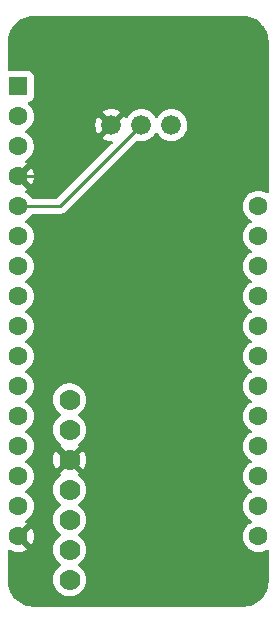
<source format=gbr>
%TF.GenerationSoftware,KiCad,Pcbnew,(6.0.0)*%
%TF.CreationDate,2022-01-23T09:20:33-05:00*%
%TF.ProjectId,Featherwing-bme680-als-PT19-breakout,46656174-6865-4727-9769-6e672d626d65,rev?*%
%TF.SameCoordinates,Original*%
%TF.FileFunction,Copper,L2,Bot*%
%TF.FilePolarity,Positive*%
%FSLAX46Y46*%
G04 Gerber Fmt 4.6, Leading zero omitted, Abs format (unit mm)*
G04 Created by KiCad (PCBNEW (6.0.0)) date 2022-01-23 09:20:33*
%MOMM*%
%LPD*%
G01*
G04 APERTURE LIST*
%TA.AperFunction,ComponentPad*%
%ADD10C,1.778000*%
%TD*%
%TA.AperFunction,ComponentPad*%
%ADD11C,1.676400*%
%TD*%
%TA.AperFunction,ComponentPad*%
%ADD12R,1.600000X1.600000*%
%TD*%
%TA.AperFunction,ComponentPad*%
%ADD13C,1.600000*%
%TD*%
%TA.AperFunction,Conductor*%
%ADD14C,0.254000*%
%TD*%
G04 APERTURE END LIST*
D10*
%TO.P,J1,7,Pin_7*%
%TO.N,/CS*%
X132816600Y-131813300D03*
%TO.P,J1,6,Pin_6*%
%TO.N,/SDI{slash}SDA*%
X132816600Y-129273300D03*
%TO.P,J1,5,Pin_5*%
%TO.N,/SDO{slash}ADR*%
X132816600Y-126733300D03*
%TO.P,J1,4,Pin_4*%
%TO.N,/SCK{slash}SCL*%
X132816600Y-124193300D03*
%TO.P,J1,3,Pin_3*%
%TO.N,GND*%
X132816600Y-121653300D03*
%TO.P,J1,2,Pin_2*%
%TO.N,+3V3*%
X132816600Y-119113300D03*
%TO.P,J1,1,Pin_1*%
%TO.N,/VIN*%
X132816600Y-116573300D03*
%TD*%
D11*
%TO.P,J2,1,Pin_1*%
%TO.N,GND*%
X136347200Y-93319600D03*
%TO.P,J2,2,Pin_2*%
%TO.N,/OUT*%
X138887200Y-93319600D03*
%TO.P,J2,3,Pin_3*%
%TO.N,+3V3*%
X141427200Y-93319600D03*
%TD*%
D12*
%TO.P,A1,1,~{RESET}*%
%TO.N,/~RESET*%
X128473200Y-90043000D03*
D13*
%TO.P,A1,2,3V3*%
%TO.N,+3V3*%
X128473200Y-92583000D03*
%TO.P,A1,3,AREF*%
%TO.N,/AREF*%
X128473200Y-95123000D03*
%TO.P,A1,4,GND*%
%TO.N,GND*%
X128473200Y-97663000D03*
%TO.P,A1,5,DAC0/A0*%
%TO.N,/OUT*%
X128473200Y-100203000D03*
%TO.P,A1,6,A1*%
%TO.N,/A1*%
X128473200Y-102743000D03*
%TO.P,A1,7,A2*%
%TO.N,/A2*%
X128473200Y-105283000D03*
%TO.P,A1,8,A3*%
%TO.N,/A3*%
X128473200Y-107823000D03*
%TO.P,A1,9,A4*%
%TO.N,/A4*%
X128473200Y-110363000D03*
%TO.P,A1,10,A5*%
%TO.N,/A5*%
X128473200Y-112903000D03*
%TO.P,A1,11,SCK/D24*%
%TO.N,/SCK*%
X128473200Y-115443000D03*
%TO.P,A1,12,MOSI/D23*%
%TO.N,/MOSI*%
X128473200Y-117983000D03*
%TO.P,A1,13,MISO/D22*%
%TO.N,/MISO*%
X128473200Y-120523000D03*
%TO.P,A1,14,RX/D0*%
%TO.N,/RX{slash}D0*%
X128473200Y-123063000D03*
%TO.P,A1,15,TX/D1*%
%TO.N,/TX{slash}D1*%
X128473200Y-125603000D03*
%TO.P,A1,16,GND*%
%TO.N,GND*%
X128473200Y-128143000D03*
%TO.P,A1,17,SDA/D20*%
%TO.N,/SDI{slash}SDA*%
X148793200Y-128143000D03*
%TO.P,A1,18,SCL/D21*%
%TO.N,/SCK{slash}SCL*%
X148793200Y-125603000D03*
%TO.P,A1,19,D5*%
%TO.N,/D5*%
X148793200Y-123063000D03*
%TO.P,A1,20,D6*%
%TO.N,/D6*%
X148793200Y-120523000D03*
%TO.P,A1,21,D9*%
%TO.N,/D9*%
X148793200Y-117983000D03*
%TO.P,A1,22,D10*%
%TO.N,/D10*%
X148793200Y-115443000D03*
%TO.P,A1,23,D11*%
%TO.N,/D11*%
X148793200Y-112903000D03*
%TO.P,A1,24,D12*%
%TO.N,/D12*%
X148793200Y-110363000D03*
%TO.P,A1,25,D13*%
%TO.N,/D13*%
X148793200Y-107823000D03*
%TO.P,A1,26,USB*%
%TO.N,VBUS*%
X148793200Y-105283000D03*
%TO.P,A1,27,EN*%
%TO.N,/EN*%
X148793200Y-102743000D03*
%TO.P,A1,28,VBAT*%
%TO.N,+BATT*%
X148793200Y-100203000D03*
%TD*%
D14*
%TO.N,GND*%
X128473200Y-97663000D02*
X132003800Y-97663000D01*
X132003800Y-97663000D02*
X136347200Y-93319600D01*
%TO.N,/OUT*%
X132003800Y-100203000D02*
X128473200Y-100203000D01*
X138887200Y-93319600D02*
X132003800Y-100203000D01*
%TD*%
%TA.AperFunction,Conductor*%
%TO.N,GND*%
G36*
X147493257Y-84092500D02*
G01*
X147508058Y-84094805D01*
X147508061Y-84094805D01*
X147516930Y-84096186D01*
X147533199Y-84094059D01*
X147557767Y-84093266D01*
X147794544Y-84108785D01*
X147810885Y-84110936D01*
X148069494Y-84162377D01*
X148085413Y-84166643D01*
X148335083Y-84251394D01*
X148350311Y-84257701D01*
X148586796Y-84374323D01*
X148601069Y-84382564D01*
X148820302Y-84529050D01*
X148833377Y-84539083D01*
X149031621Y-84712938D01*
X149043262Y-84724579D01*
X149217117Y-84922823D01*
X149227150Y-84935898D01*
X149373636Y-85155131D01*
X149381877Y-85169404D01*
X149498499Y-85405889D01*
X149504806Y-85421117D01*
X149589557Y-85670787D01*
X149593823Y-85686706D01*
X149645264Y-85945315D01*
X149647415Y-85961657D01*
X149662464Y-86191269D01*
X149661439Y-86214304D01*
X149661396Y-86217854D01*
X149660014Y-86226730D01*
X149661838Y-86240678D01*
X149664136Y-86258251D01*
X149665200Y-86274589D01*
X149665200Y-98974154D01*
X149645198Y-99042275D01*
X149591542Y-99088768D01*
X149521268Y-99098872D01*
X149466930Y-99077367D01*
X149449949Y-99065477D01*
X149444967Y-99063154D01*
X149444962Y-99063151D01*
X149247425Y-98971039D01*
X149247424Y-98971039D01*
X149242443Y-98968716D01*
X149237135Y-98967294D01*
X149237133Y-98967293D01*
X149026602Y-98910881D01*
X149026600Y-98910881D01*
X149021287Y-98909457D01*
X148793200Y-98889502D01*
X148565113Y-98909457D01*
X148559800Y-98910881D01*
X148559798Y-98910881D01*
X148349267Y-98967293D01*
X148349265Y-98967294D01*
X148343957Y-98968716D01*
X148338976Y-98971039D01*
X148338975Y-98971039D01*
X148141438Y-99063151D01*
X148141433Y-99063154D01*
X148136451Y-99065477D01*
X148087069Y-99100055D01*
X147953411Y-99193643D01*
X147953408Y-99193645D01*
X147948900Y-99196802D01*
X147787002Y-99358700D01*
X147655677Y-99546251D01*
X147653354Y-99551233D01*
X147653351Y-99551238D01*
X147645768Y-99567500D01*
X147558916Y-99753757D01*
X147499657Y-99974913D01*
X147479702Y-100203000D01*
X147499657Y-100431087D01*
X147558916Y-100652243D01*
X147561239Y-100657224D01*
X147561239Y-100657225D01*
X147653351Y-100854762D01*
X147653354Y-100854767D01*
X147655677Y-100859749D01*
X147787002Y-101047300D01*
X147948900Y-101209198D01*
X147953408Y-101212355D01*
X147953411Y-101212357D01*
X148031589Y-101267098D01*
X148136451Y-101340523D01*
X148141433Y-101342846D01*
X148141438Y-101342849D01*
X148175657Y-101358805D01*
X148228942Y-101405722D01*
X148248403Y-101473999D01*
X148227861Y-101541959D01*
X148175657Y-101587195D01*
X148141438Y-101603151D01*
X148141433Y-101603154D01*
X148136451Y-101605477D01*
X148087069Y-101640055D01*
X147953411Y-101733643D01*
X147953408Y-101733645D01*
X147948900Y-101736802D01*
X147787002Y-101898700D01*
X147655677Y-102086251D01*
X147653354Y-102091233D01*
X147653351Y-102091238D01*
X147561239Y-102288775D01*
X147558916Y-102293757D01*
X147499657Y-102514913D01*
X147479702Y-102743000D01*
X147499657Y-102971087D01*
X147558916Y-103192243D01*
X147561239Y-103197224D01*
X147561239Y-103197225D01*
X147653351Y-103394762D01*
X147653354Y-103394767D01*
X147655677Y-103399749D01*
X147787002Y-103587300D01*
X147948900Y-103749198D01*
X147953408Y-103752355D01*
X147953411Y-103752357D01*
X148031589Y-103807098D01*
X148136451Y-103880523D01*
X148141433Y-103882846D01*
X148141438Y-103882849D01*
X148175657Y-103898805D01*
X148228942Y-103945722D01*
X148248403Y-104013999D01*
X148227861Y-104081959D01*
X148175657Y-104127195D01*
X148141438Y-104143151D01*
X148141433Y-104143154D01*
X148136451Y-104145477D01*
X148087069Y-104180055D01*
X147953411Y-104273643D01*
X147953408Y-104273645D01*
X147948900Y-104276802D01*
X147787002Y-104438700D01*
X147655677Y-104626251D01*
X147653354Y-104631233D01*
X147653351Y-104631238D01*
X147561239Y-104828775D01*
X147558916Y-104833757D01*
X147499657Y-105054913D01*
X147479702Y-105283000D01*
X147499657Y-105511087D01*
X147558916Y-105732243D01*
X147561239Y-105737224D01*
X147561239Y-105737225D01*
X147653351Y-105934762D01*
X147653354Y-105934767D01*
X147655677Y-105939749D01*
X147787002Y-106127300D01*
X147948900Y-106289198D01*
X147953408Y-106292355D01*
X147953411Y-106292357D01*
X148031589Y-106347098D01*
X148136451Y-106420523D01*
X148141433Y-106422846D01*
X148141438Y-106422849D01*
X148175657Y-106438805D01*
X148228942Y-106485722D01*
X148248403Y-106553999D01*
X148227861Y-106621959D01*
X148175657Y-106667195D01*
X148141438Y-106683151D01*
X148141433Y-106683154D01*
X148136451Y-106685477D01*
X148087069Y-106720055D01*
X147953411Y-106813643D01*
X147953408Y-106813645D01*
X147948900Y-106816802D01*
X147787002Y-106978700D01*
X147655677Y-107166251D01*
X147653354Y-107171233D01*
X147653351Y-107171238D01*
X147561239Y-107368775D01*
X147558916Y-107373757D01*
X147499657Y-107594913D01*
X147479702Y-107823000D01*
X147499657Y-108051087D01*
X147558916Y-108272243D01*
X147561239Y-108277224D01*
X147561239Y-108277225D01*
X147653351Y-108474762D01*
X147653354Y-108474767D01*
X147655677Y-108479749D01*
X147787002Y-108667300D01*
X147948900Y-108829198D01*
X147953408Y-108832355D01*
X147953411Y-108832357D01*
X148031589Y-108887098D01*
X148136451Y-108960523D01*
X148141433Y-108962846D01*
X148141438Y-108962849D01*
X148175657Y-108978805D01*
X148228942Y-109025722D01*
X148248403Y-109093999D01*
X148227861Y-109161959D01*
X148175657Y-109207195D01*
X148141438Y-109223151D01*
X148141433Y-109223154D01*
X148136451Y-109225477D01*
X148087069Y-109260055D01*
X147953411Y-109353643D01*
X147953408Y-109353645D01*
X147948900Y-109356802D01*
X147787002Y-109518700D01*
X147655677Y-109706251D01*
X147653354Y-109711233D01*
X147653351Y-109711238D01*
X147561239Y-109908775D01*
X147558916Y-109913757D01*
X147499657Y-110134913D01*
X147479702Y-110363000D01*
X147499657Y-110591087D01*
X147558916Y-110812243D01*
X147561239Y-110817224D01*
X147561239Y-110817225D01*
X147653351Y-111014762D01*
X147653354Y-111014767D01*
X147655677Y-111019749D01*
X147787002Y-111207300D01*
X147948900Y-111369198D01*
X147953408Y-111372355D01*
X147953411Y-111372357D01*
X148031589Y-111427098D01*
X148136451Y-111500523D01*
X148141433Y-111502846D01*
X148141438Y-111502849D01*
X148175657Y-111518805D01*
X148228942Y-111565722D01*
X148248403Y-111633999D01*
X148227861Y-111701959D01*
X148175657Y-111747195D01*
X148141438Y-111763151D01*
X148141433Y-111763154D01*
X148136451Y-111765477D01*
X148087069Y-111800055D01*
X147953411Y-111893643D01*
X147953408Y-111893645D01*
X147948900Y-111896802D01*
X147787002Y-112058700D01*
X147655677Y-112246251D01*
X147653354Y-112251233D01*
X147653351Y-112251238D01*
X147561239Y-112448775D01*
X147558916Y-112453757D01*
X147499657Y-112674913D01*
X147479702Y-112903000D01*
X147499657Y-113131087D01*
X147558916Y-113352243D01*
X147561239Y-113357224D01*
X147561239Y-113357225D01*
X147653351Y-113554762D01*
X147653354Y-113554767D01*
X147655677Y-113559749D01*
X147787002Y-113747300D01*
X147948900Y-113909198D01*
X147953408Y-113912355D01*
X147953411Y-113912357D01*
X148031589Y-113967098D01*
X148136451Y-114040523D01*
X148141433Y-114042846D01*
X148141438Y-114042849D01*
X148175657Y-114058805D01*
X148228942Y-114105722D01*
X148248403Y-114173999D01*
X148227861Y-114241959D01*
X148175657Y-114287195D01*
X148141438Y-114303151D01*
X148141433Y-114303154D01*
X148136451Y-114305477D01*
X148087069Y-114340055D01*
X147953411Y-114433643D01*
X147953408Y-114433645D01*
X147948900Y-114436802D01*
X147787002Y-114598700D01*
X147655677Y-114786251D01*
X147653354Y-114791233D01*
X147653351Y-114791238D01*
X147561239Y-114988775D01*
X147558916Y-114993757D01*
X147557494Y-114999065D01*
X147557493Y-114999067D01*
X147501081Y-115209598D01*
X147499657Y-115214913D01*
X147479702Y-115443000D01*
X147499657Y-115671087D01*
X147501081Y-115676400D01*
X147501081Y-115676402D01*
X147557068Y-115885345D01*
X147558916Y-115892243D01*
X147561239Y-115897224D01*
X147561239Y-115897225D01*
X147653351Y-116094762D01*
X147653354Y-116094767D01*
X147655677Y-116099749D01*
X147787002Y-116287300D01*
X147948900Y-116449198D01*
X147953408Y-116452355D01*
X147953411Y-116452357D01*
X148031589Y-116507098D01*
X148136451Y-116580523D01*
X148141433Y-116582846D01*
X148141438Y-116582849D01*
X148175657Y-116598805D01*
X148228942Y-116645722D01*
X148248403Y-116713999D01*
X148227861Y-116781959D01*
X148175657Y-116827195D01*
X148141438Y-116843151D01*
X148141433Y-116843154D01*
X148136451Y-116845477D01*
X148087069Y-116880055D01*
X147953411Y-116973643D01*
X147953408Y-116973645D01*
X147948900Y-116976802D01*
X147787002Y-117138700D01*
X147655677Y-117326251D01*
X147653354Y-117331233D01*
X147653351Y-117331238D01*
X147561239Y-117528775D01*
X147558916Y-117533757D01*
X147557494Y-117539065D01*
X147557493Y-117539067D01*
X147508479Y-117721989D01*
X147499657Y-117754913D01*
X147479702Y-117983000D01*
X147499657Y-118211087D01*
X147501081Y-118216400D01*
X147501081Y-118216402D01*
X147557068Y-118425345D01*
X147558916Y-118432243D01*
X147561239Y-118437224D01*
X147561239Y-118437225D01*
X147653351Y-118634762D01*
X147653354Y-118634767D01*
X147655677Y-118639749D01*
X147787002Y-118827300D01*
X147948900Y-118989198D01*
X147953408Y-118992355D01*
X147953411Y-118992357D01*
X148031589Y-119047098D01*
X148136451Y-119120523D01*
X148141433Y-119122846D01*
X148141438Y-119122849D01*
X148175657Y-119138805D01*
X148228942Y-119185722D01*
X148248403Y-119253999D01*
X148227861Y-119321959D01*
X148175657Y-119367195D01*
X148141438Y-119383151D01*
X148141433Y-119383154D01*
X148136451Y-119385477D01*
X148087069Y-119420055D01*
X147953411Y-119513643D01*
X147953408Y-119513645D01*
X147948900Y-119516802D01*
X147787002Y-119678700D01*
X147655677Y-119866251D01*
X147653354Y-119871233D01*
X147653351Y-119871238D01*
X147561239Y-120068775D01*
X147558916Y-120073757D01*
X147557494Y-120079065D01*
X147557493Y-120079067D01*
X147508479Y-120261989D01*
X147499657Y-120294913D01*
X147479702Y-120523000D01*
X147499657Y-120751087D01*
X147558916Y-120972243D01*
X147561239Y-120977224D01*
X147561239Y-120977225D01*
X147653351Y-121174762D01*
X147653354Y-121174767D01*
X147655677Y-121179749D01*
X147787002Y-121367300D01*
X147948900Y-121529198D01*
X147953408Y-121532355D01*
X147953411Y-121532357D01*
X148031589Y-121587098D01*
X148136451Y-121660523D01*
X148141433Y-121662846D01*
X148141438Y-121662849D01*
X148175657Y-121678805D01*
X148228942Y-121725722D01*
X148248403Y-121793999D01*
X148227861Y-121861959D01*
X148175657Y-121907195D01*
X148141438Y-121923151D01*
X148141433Y-121923154D01*
X148136451Y-121925477D01*
X148087069Y-121960055D01*
X147953411Y-122053643D01*
X147953408Y-122053645D01*
X147948900Y-122056802D01*
X147787002Y-122218700D01*
X147655677Y-122406251D01*
X147653354Y-122411233D01*
X147653351Y-122411238D01*
X147644555Y-122430102D01*
X147558916Y-122613757D01*
X147557494Y-122619065D01*
X147557493Y-122619067D01*
X147501081Y-122829598D01*
X147499657Y-122834913D01*
X147479702Y-123063000D01*
X147499657Y-123291087D01*
X147501081Y-123296400D01*
X147501081Y-123296402D01*
X147557068Y-123505345D01*
X147558916Y-123512243D01*
X147561239Y-123517224D01*
X147561239Y-123517225D01*
X147653351Y-123714762D01*
X147653354Y-123714767D01*
X147655677Y-123719749D01*
X147787002Y-123907300D01*
X147948900Y-124069198D01*
X147953408Y-124072355D01*
X147953411Y-124072357D01*
X148031589Y-124127098D01*
X148136451Y-124200523D01*
X148141433Y-124202846D01*
X148141438Y-124202849D01*
X148175657Y-124218805D01*
X148228942Y-124265722D01*
X148248403Y-124333999D01*
X148227861Y-124401959D01*
X148175657Y-124447195D01*
X148141438Y-124463151D01*
X148141433Y-124463154D01*
X148136451Y-124465477D01*
X148087069Y-124500055D01*
X147953411Y-124593643D01*
X147953408Y-124593645D01*
X147948900Y-124596802D01*
X147787002Y-124758700D01*
X147655677Y-124946251D01*
X147653354Y-124951233D01*
X147653351Y-124951238D01*
X147561239Y-125148775D01*
X147558916Y-125153757D01*
X147557494Y-125159065D01*
X147557493Y-125159067D01*
X147508479Y-125341989D01*
X147499657Y-125374913D01*
X147479702Y-125603000D01*
X147499657Y-125831087D01*
X147501081Y-125836400D01*
X147501081Y-125836402D01*
X147557068Y-126045345D01*
X147558916Y-126052243D01*
X147561239Y-126057224D01*
X147561239Y-126057225D01*
X147653351Y-126254762D01*
X147653354Y-126254767D01*
X147655677Y-126259749D01*
X147787002Y-126447300D01*
X147948900Y-126609198D01*
X147953408Y-126612355D01*
X147953411Y-126612357D01*
X148031589Y-126667098D01*
X148136451Y-126740523D01*
X148141433Y-126742846D01*
X148141438Y-126742849D01*
X148175657Y-126758805D01*
X148228942Y-126805722D01*
X148248403Y-126873999D01*
X148227861Y-126941959D01*
X148175657Y-126987195D01*
X148141438Y-127003151D01*
X148141433Y-127003154D01*
X148136451Y-127005477D01*
X148062957Y-127056938D01*
X147953411Y-127133643D01*
X147953408Y-127133645D01*
X147948900Y-127136802D01*
X147787002Y-127298700D01*
X147655677Y-127486251D01*
X147653354Y-127491233D01*
X147653351Y-127491238D01*
X147561239Y-127688775D01*
X147558916Y-127693757D01*
X147557494Y-127699065D01*
X147557493Y-127699067D01*
X147508479Y-127881989D01*
X147499657Y-127914913D01*
X147479702Y-128143000D01*
X147499657Y-128371087D01*
X147501081Y-128376400D01*
X147501081Y-128376402D01*
X147557068Y-128585345D01*
X147558916Y-128592243D01*
X147561239Y-128597224D01*
X147561239Y-128597225D01*
X147653351Y-128794762D01*
X147653354Y-128794767D01*
X147655677Y-128799749D01*
X147787002Y-128987300D01*
X147948900Y-129149198D01*
X147953408Y-129152355D01*
X147953411Y-129152357D01*
X148031589Y-129207098D01*
X148136451Y-129280523D01*
X148141433Y-129282846D01*
X148141438Y-129282849D01*
X148330987Y-129371236D01*
X148343957Y-129377284D01*
X148349265Y-129378706D01*
X148349267Y-129378707D01*
X148559798Y-129435119D01*
X148559800Y-129435119D01*
X148565113Y-129436543D01*
X148793200Y-129456498D01*
X149021287Y-129436543D01*
X149026600Y-129435119D01*
X149026602Y-129435119D01*
X149237133Y-129378707D01*
X149237135Y-129378706D01*
X149242443Y-129377284D01*
X149255413Y-129371236D01*
X149444962Y-129282849D01*
X149444967Y-129282846D01*
X149449949Y-129280523D01*
X149466929Y-129268633D01*
X149534201Y-129245945D01*
X149603062Y-129263229D01*
X149651647Y-129314998D01*
X149665200Y-129371846D01*
X149665200Y-131903672D01*
X149663700Y-131923056D01*
X149660014Y-131946730D01*
X149662141Y-131962999D01*
X149662934Y-131987567D01*
X149647415Y-132224344D01*
X149645264Y-132240685D01*
X149593823Y-132499294D01*
X149589557Y-132515213D01*
X149504806Y-132764883D01*
X149498499Y-132780111D01*
X149381877Y-133016596D01*
X149373636Y-133030869D01*
X149227150Y-133250102D01*
X149217117Y-133263177D01*
X149043262Y-133461421D01*
X149031621Y-133473062D01*
X148833377Y-133646917D01*
X148820302Y-133656950D01*
X148601069Y-133803436D01*
X148586796Y-133811677D01*
X148350311Y-133928299D01*
X148335083Y-133934606D01*
X148085413Y-134019357D01*
X148069494Y-134023623D01*
X147810885Y-134075064D01*
X147794543Y-134077215D01*
X147564931Y-134092264D01*
X147541896Y-134091239D01*
X147538346Y-134091196D01*
X147529470Y-134089814D01*
X147500962Y-134093542D01*
X147497949Y-134093936D01*
X147481611Y-134095000D01*
X129792528Y-134095000D01*
X129773143Y-134093500D01*
X129758342Y-134091195D01*
X129758339Y-134091195D01*
X129749470Y-134089814D01*
X129733201Y-134091941D01*
X129708633Y-134092734D01*
X129471856Y-134077215D01*
X129455515Y-134075064D01*
X129196906Y-134023623D01*
X129180987Y-134019357D01*
X128931317Y-133934606D01*
X128916089Y-133928299D01*
X128679604Y-133811677D01*
X128665331Y-133803436D01*
X128446098Y-133656950D01*
X128433023Y-133646917D01*
X128234779Y-133473062D01*
X128223138Y-133461421D01*
X128049283Y-133263177D01*
X128039250Y-133250102D01*
X127892764Y-133030869D01*
X127884523Y-133016596D01*
X127767901Y-132780111D01*
X127761594Y-132764883D01*
X127676843Y-132515213D01*
X127672577Y-132499294D01*
X127621136Y-132240684D01*
X127618985Y-132224343D01*
X127604174Y-131998376D01*
X127605347Y-131975218D01*
X127605029Y-131975189D01*
X127605464Y-131970333D01*
X127606271Y-131965539D01*
X127606424Y-131953000D01*
X127602473Y-131925412D01*
X127601200Y-131907549D01*
X127601200Y-131779039D01*
X131414729Y-131779039D01*
X131427957Y-132008461D01*
X131478478Y-132232642D01*
X131564936Y-132445561D01*
X131567633Y-132449962D01*
X131567634Y-132449964D01*
X131682311Y-132637099D01*
X131685008Y-132641500D01*
X131835469Y-132815198D01*
X132012279Y-132961989D01*
X132210690Y-133077931D01*
X132215510Y-133079771D01*
X132215515Y-133079774D01*
X132321896Y-133120396D01*
X132425374Y-133159910D01*
X132430442Y-133160941D01*
X132430445Y-133160942D01*
X132541134Y-133183462D01*
X132650563Y-133205726D01*
X132655736Y-133205916D01*
X132655739Y-133205916D01*
X132875048Y-133213957D01*
X132875052Y-133213957D01*
X132880212Y-133214146D01*
X132885332Y-133213490D01*
X132885334Y-133213490D01*
X133103025Y-133185604D01*
X133103028Y-133185603D01*
X133108152Y-133184947D01*
X133328263Y-133118910D01*
X133534633Y-133017811D01*
X133721719Y-132884364D01*
X133884498Y-132722152D01*
X134018597Y-132535533D01*
X134036508Y-132499294D01*
X134118122Y-132334158D01*
X134120416Y-132329517D01*
X134147406Y-132240684D01*
X134185717Y-132114591D01*
X134185718Y-132114585D01*
X134187221Y-132109639D01*
X134204918Y-131975218D01*
X134216779Y-131885123D01*
X134216779Y-131885119D01*
X134217216Y-131881802D01*
X134218890Y-131813300D01*
X134212658Y-131737494D01*
X134200484Y-131589421D01*
X134200483Y-131589415D01*
X134200060Y-131584270D01*
X134144077Y-131361390D01*
X134052443Y-131150647D01*
X134049637Y-131146309D01*
X133930430Y-130962043D01*
X133930428Y-130962040D01*
X133927620Y-130957700D01*
X133772959Y-130787730D01*
X133768908Y-130784531D01*
X133768904Y-130784527D01*
X133596669Y-130648504D01*
X133596664Y-130648501D01*
X133592615Y-130645303D01*
X133592190Y-130645068D01*
X133547396Y-130591752D01*
X133538366Y-130521332D01*
X133568840Y-130457208D01*
X133589626Y-130438585D01*
X133717516Y-130347362D01*
X133721719Y-130344364D01*
X133884498Y-130182152D01*
X134018597Y-129995533D01*
X134120416Y-129789517D01*
X134136339Y-129737108D01*
X134185717Y-129574591D01*
X134185718Y-129574585D01*
X134187221Y-129569639D01*
X134204996Y-129434625D01*
X134216779Y-129345123D01*
X134216779Y-129345119D01*
X134217216Y-129341802D01*
X134217871Y-129314998D01*
X134218808Y-129276665D01*
X134218808Y-129276661D01*
X134218890Y-129273300D01*
X134208687Y-129149198D01*
X134200484Y-129049421D01*
X134200483Y-129049415D01*
X134200060Y-129044270D01*
X134144077Y-128821390D01*
X134052443Y-128610647D01*
X134037102Y-128586933D01*
X133930430Y-128422043D01*
X133930428Y-128422040D01*
X133927620Y-128417700D01*
X133885206Y-128371087D01*
X133776437Y-128251552D01*
X133776435Y-128251551D01*
X133772959Y-128247730D01*
X133768908Y-128244531D01*
X133768904Y-128244527D01*
X133596669Y-128108504D01*
X133596664Y-128108501D01*
X133592615Y-128105303D01*
X133592190Y-128105068D01*
X133547396Y-128051752D01*
X133538366Y-127981332D01*
X133568840Y-127917208D01*
X133589626Y-127898585D01*
X133717516Y-127807362D01*
X133721719Y-127804364D01*
X133884498Y-127642152D01*
X134018597Y-127455533D01*
X134031887Y-127428644D01*
X134118122Y-127254158D01*
X134120416Y-127249517D01*
X134146246Y-127164502D01*
X134185717Y-127034591D01*
X134185718Y-127034585D01*
X134187221Y-127029639D01*
X134217216Y-126801802D01*
X134217871Y-126774998D01*
X134218808Y-126736665D01*
X134218808Y-126736661D01*
X134218890Y-126733300D01*
X134208687Y-126609198D01*
X134200484Y-126509421D01*
X134200483Y-126509415D01*
X134200060Y-126504270D01*
X134144077Y-126281390D01*
X134052443Y-126070647D01*
X134037102Y-126046933D01*
X133930430Y-125882043D01*
X133930428Y-125882040D01*
X133927620Y-125877700D01*
X133885206Y-125831087D01*
X133776437Y-125711552D01*
X133776435Y-125711551D01*
X133772959Y-125707730D01*
X133768908Y-125704531D01*
X133768904Y-125704527D01*
X133596669Y-125568504D01*
X133596664Y-125568501D01*
X133592615Y-125565303D01*
X133592190Y-125565068D01*
X133547396Y-125511752D01*
X133538366Y-125441332D01*
X133568840Y-125377208D01*
X133589626Y-125358585D01*
X133717516Y-125267362D01*
X133721719Y-125264364D01*
X133884498Y-125102152D01*
X134018597Y-124915533D01*
X134120416Y-124709517D01*
X134146246Y-124624502D01*
X134185717Y-124494591D01*
X134185718Y-124494585D01*
X134187221Y-124489639D01*
X134217216Y-124261802D01*
X134217871Y-124234998D01*
X134218808Y-124196665D01*
X134218808Y-124196661D01*
X134218890Y-124193300D01*
X134208687Y-124069198D01*
X134200484Y-123969421D01*
X134200483Y-123969415D01*
X134200060Y-123964270D01*
X134144077Y-123741390D01*
X134052443Y-123530647D01*
X134037102Y-123506933D01*
X133930430Y-123342043D01*
X133930428Y-123342040D01*
X133927620Y-123337700D01*
X133885206Y-123291087D01*
X133776437Y-123171552D01*
X133776435Y-123171551D01*
X133772959Y-123167730D01*
X133768908Y-123164531D01*
X133768904Y-123164527D01*
X133596672Y-123028507D01*
X133592615Y-123025303D01*
X133591824Y-123024867D01*
X133546951Y-122971461D01*
X133537916Y-122901042D01*
X133568388Y-122836917D01*
X133589179Y-122818288D01*
X133593810Y-122814985D01*
X133602209Y-122804287D01*
X133595222Y-122791133D01*
X132829411Y-122025321D01*
X132815468Y-122017708D01*
X132813634Y-122017839D01*
X132807020Y-122022090D01*
X132034821Y-122794290D01*
X132028064Y-122806665D01*
X132033345Y-122813720D01*
X132034384Y-122814327D01*
X132083108Y-122865965D01*
X132096179Y-122935748D01*
X132069448Y-123001520D01*
X132046467Y-123023875D01*
X131987066Y-123068475D01*
X131885583Y-123144670D01*
X131882011Y-123148408D01*
X131740585Y-123296402D01*
X131726816Y-123310810D01*
X131597316Y-123500650D01*
X131500561Y-123709092D01*
X131439148Y-123930537D01*
X131414729Y-124159039D01*
X131427957Y-124388461D01*
X131429092Y-124393498D01*
X131429093Y-124393504D01*
X131477341Y-124607597D01*
X131478478Y-124612642D01*
X131564936Y-124825561D01*
X131685008Y-125021500D01*
X131835469Y-125195198D01*
X132012279Y-125341989D01*
X132016743Y-125344597D01*
X132016745Y-125344599D01*
X132033952Y-125354654D01*
X132082675Y-125406294D01*
X132095745Y-125476077D01*
X132069012Y-125541848D01*
X132046033Y-125564201D01*
X131987066Y-125608475D01*
X131885583Y-125684670D01*
X131882011Y-125688408D01*
X131740585Y-125836402D01*
X131726816Y-125850810D01*
X131597316Y-126040650D01*
X131500561Y-126249092D01*
X131439148Y-126470537D01*
X131414729Y-126699039D01*
X131427957Y-126928461D01*
X131429092Y-126933498D01*
X131429093Y-126933504D01*
X131477341Y-127147597D01*
X131478478Y-127152642D01*
X131564936Y-127365561D01*
X131685008Y-127561500D01*
X131835469Y-127735198D01*
X132012279Y-127881989D01*
X132016743Y-127884597D01*
X132016745Y-127884599D01*
X132033952Y-127894654D01*
X132082675Y-127946294D01*
X132095745Y-128016077D01*
X132069012Y-128081848D01*
X132046033Y-128104201D01*
X131987066Y-128148475D01*
X131885583Y-128224670D01*
X131882011Y-128228408D01*
X131740585Y-128376402D01*
X131726816Y-128390810D01*
X131597316Y-128580650D01*
X131500561Y-128789092D01*
X131439148Y-129010537D01*
X131414729Y-129239039D01*
X131427957Y-129468461D01*
X131478478Y-129692642D01*
X131564936Y-129905561D01*
X131685008Y-130101500D01*
X131835469Y-130275198D01*
X132012279Y-130421989D01*
X132016743Y-130424597D01*
X132016745Y-130424599D01*
X132033952Y-130434654D01*
X132082675Y-130486294D01*
X132095745Y-130556077D01*
X132069012Y-130621848D01*
X132046033Y-130644201D01*
X132043491Y-130646110D01*
X131885583Y-130764670D01*
X131726816Y-130930810D01*
X131597316Y-131120650D01*
X131500561Y-131329092D01*
X131439148Y-131550537D01*
X131414729Y-131779039D01*
X127601200Y-131779039D01*
X127601200Y-129371236D01*
X127621202Y-129303115D01*
X127674858Y-129256622D01*
X127745132Y-129246518D01*
X127799470Y-129268022D01*
X127812195Y-129276932D01*
X127821689Y-129282414D01*
X128019147Y-129374490D01*
X128029439Y-129378236D01*
X128239888Y-129434625D01*
X128250681Y-129436528D01*
X128467725Y-129455517D01*
X128478675Y-129455517D01*
X128695719Y-129436528D01*
X128706512Y-129434625D01*
X128916961Y-129378236D01*
X128927253Y-129374490D01*
X129124711Y-129282414D01*
X129134206Y-129276931D01*
X129186248Y-129240491D01*
X129194624Y-129230012D01*
X129187556Y-129216566D01*
X128203085Y-128232095D01*
X128169059Y-128169783D01*
X128170894Y-128144132D01*
X128837608Y-128144132D01*
X128837739Y-128145965D01*
X128841990Y-128152580D01*
X129547487Y-128858077D01*
X129559262Y-128864507D01*
X129571277Y-128855211D01*
X129607131Y-128804006D01*
X129612614Y-128794511D01*
X129704690Y-128597053D01*
X129708436Y-128586761D01*
X129764825Y-128376312D01*
X129766728Y-128365519D01*
X129785717Y-128148475D01*
X129785717Y-128137525D01*
X129766728Y-127920481D01*
X129764825Y-127909688D01*
X129708436Y-127699239D01*
X129704690Y-127688947D01*
X129612614Y-127491489D01*
X129607131Y-127481994D01*
X129570691Y-127429952D01*
X129560212Y-127421576D01*
X129546766Y-127428644D01*
X128845222Y-128130188D01*
X128837608Y-128144132D01*
X128170894Y-128144132D01*
X128174124Y-128098968D01*
X128203085Y-128053905D01*
X129188277Y-127068713D01*
X129194707Y-127056938D01*
X129185411Y-127044923D01*
X129134206Y-127009069D01*
X129124711Y-127003586D01*
X129090151Y-126987471D01*
X129036866Y-126940554D01*
X129017405Y-126872277D01*
X129037947Y-126804317D01*
X129090151Y-126759081D01*
X129124962Y-126742849D01*
X129124967Y-126742846D01*
X129129949Y-126740523D01*
X129234811Y-126667098D01*
X129312989Y-126612357D01*
X129312992Y-126612355D01*
X129317500Y-126609198D01*
X129479398Y-126447300D01*
X129610723Y-126259749D01*
X129613046Y-126254767D01*
X129613049Y-126254762D01*
X129705161Y-126057225D01*
X129705161Y-126057224D01*
X129707484Y-126052243D01*
X129709333Y-126045345D01*
X129765319Y-125836402D01*
X129765319Y-125836400D01*
X129766743Y-125831087D01*
X129786698Y-125603000D01*
X129766743Y-125374913D01*
X129757921Y-125341989D01*
X129708907Y-125159067D01*
X129708906Y-125159065D01*
X129707484Y-125153757D01*
X129705161Y-125148775D01*
X129613049Y-124951238D01*
X129613046Y-124951233D01*
X129610723Y-124946251D01*
X129479398Y-124758700D01*
X129317500Y-124596802D01*
X129312992Y-124593645D01*
X129312989Y-124593643D01*
X129179331Y-124500055D01*
X129129949Y-124465477D01*
X129124967Y-124463154D01*
X129124962Y-124463151D01*
X129090743Y-124447195D01*
X129037458Y-124400278D01*
X129017997Y-124332001D01*
X129038539Y-124264041D01*
X129090743Y-124218805D01*
X129124962Y-124202849D01*
X129124967Y-124202846D01*
X129129949Y-124200523D01*
X129234811Y-124127098D01*
X129312989Y-124072357D01*
X129312992Y-124072355D01*
X129317500Y-124069198D01*
X129479398Y-123907300D01*
X129610723Y-123719749D01*
X129613046Y-123714767D01*
X129613049Y-123714762D01*
X129705161Y-123517225D01*
X129705161Y-123517224D01*
X129707484Y-123512243D01*
X129709333Y-123505345D01*
X129765319Y-123296402D01*
X129765319Y-123296400D01*
X129766743Y-123291087D01*
X129786698Y-123063000D01*
X129766743Y-122834913D01*
X129765319Y-122829598D01*
X129708907Y-122619067D01*
X129708906Y-122619065D01*
X129707484Y-122613757D01*
X129621845Y-122430102D01*
X129613049Y-122411238D01*
X129613046Y-122411233D01*
X129610723Y-122406251D01*
X129479398Y-122218700D01*
X129317500Y-122056802D01*
X129312992Y-122053645D01*
X129312989Y-122053643D01*
X129179331Y-121960055D01*
X129129949Y-121925477D01*
X129124967Y-121923154D01*
X129124962Y-121923151D01*
X129090743Y-121907195D01*
X129037458Y-121860278D01*
X129017997Y-121792001D01*
X129038539Y-121724041D01*
X129090743Y-121678805D01*
X129124962Y-121662849D01*
X129124967Y-121662846D01*
X129129949Y-121660523D01*
X129181814Y-121624207D01*
X131415527Y-121624207D01*
X131428157Y-121843232D01*
X131429590Y-121853434D01*
X131477819Y-122067443D01*
X131480902Y-122077283D01*
X131563437Y-122280540D01*
X131568090Y-122289751D01*
X131654698Y-122431080D01*
X131665155Y-122440541D01*
X131673931Y-122436758D01*
X132444579Y-121666111D01*
X132450956Y-121654432D01*
X133181008Y-121654432D01*
X133181139Y-121656266D01*
X133185390Y-121662880D01*
X133955025Y-122432514D01*
X133967031Y-122439070D01*
X133978770Y-122430102D01*
X134015149Y-122379474D01*
X134020460Y-122370635D01*
X134117656Y-122173975D01*
X134121454Y-122164382D01*
X134185228Y-121954477D01*
X134187405Y-121944407D01*
X134216277Y-121725099D01*
X134216796Y-121718424D01*
X134218306Y-121656664D01*
X134218112Y-121649946D01*
X134199989Y-121429503D01*
X134198306Y-121419341D01*
X134144861Y-121206563D01*
X134141543Y-121196816D01*
X134054062Y-120995623D01*
X134049195Y-120986546D01*
X133977868Y-120876293D01*
X133967182Y-120867091D01*
X133957617Y-120871494D01*
X133188621Y-121640489D01*
X133181008Y-121654432D01*
X132450956Y-121654432D01*
X132452192Y-121652168D01*
X132452061Y-121650334D01*
X132447810Y-121643720D01*
X131678378Y-120874289D01*
X131666846Y-120867992D01*
X131654564Y-120877615D01*
X131600664Y-120956629D01*
X131595576Y-120965585D01*
X131503211Y-121164570D01*
X131499648Y-121174257D01*
X131441024Y-121385647D01*
X131439093Y-121395768D01*
X131415778Y-121613919D01*
X131415527Y-121624207D01*
X129181814Y-121624207D01*
X129234811Y-121587098D01*
X129312989Y-121532357D01*
X129312992Y-121532355D01*
X129317500Y-121529198D01*
X129479398Y-121367300D01*
X129610723Y-121179749D01*
X129613046Y-121174767D01*
X129613049Y-121174762D01*
X129705161Y-120977225D01*
X129705161Y-120977224D01*
X129707484Y-120972243D01*
X129766743Y-120751087D01*
X129786698Y-120523000D01*
X129766743Y-120294913D01*
X129757921Y-120261989D01*
X129708907Y-120079067D01*
X129708906Y-120079065D01*
X129707484Y-120073757D01*
X129705161Y-120068775D01*
X129613049Y-119871238D01*
X129613046Y-119871233D01*
X129610723Y-119866251D01*
X129479398Y-119678700D01*
X129317500Y-119516802D01*
X129312992Y-119513645D01*
X129312989Y-119513643D01*
X129179331Y-119420055D01*
X129129949Y-119385477D01*
X129124967Y-119383154D01*
X129124962Y-119383151D01*
X129090743Y-119367195D01*
X129037458Y-119320278D01*
X129017997Y-119252001D01*
X129038539Y-119184041D01*
X129090743Y-119138805D01*
X129124962Y-119122849D01*
X129124967Y-119122846D01*
X129129949Y-119120523D01*
X129189194Y-119079039D01*
X131414729Y-119079039D01*
X131427957Y-119308461D01*
X131429092Y-119313498D01*
X131429093Y-119313504D01*
X131477341Y-119527597D01*
X131478478Y-119532642D01*
X131564936Y-119745561D01*
X131685008Y-119941500D01*
X131835469Y-120115198D01*
X132012279Y-120261989D01*
X132016740Y-120264596D01*
X132016746Y-120264600D01*
X132027974Y-120271161D01*
X132034418Y-120274926D01*
X132083142Y-120326562D01*
X132096214Y-120396345D01*
X132069484Y-120462118D01*
X132046503Y-120484474D01*
X132038419Y-120490544D01*
X132029965Y-120501870D01*
X132036708Y-120514197D01*
X132803789Y-121281279D01*
X132817732Y-121288892D01*
X132819566Y-121288761D01*
X132826180Y-121284510D01*
X133597762Y-120512927D01*
X133604779Y-120500076D01*
X133597005Y-120489407D01*
X133596392Y-120488923D01*
X133592637Y-120486428D01*
X133546963Y-120432073D01*
X133537927Y-120361654D01*
X133568396Y-120297528D01*
X133589189Y-120278898D01*
X133717508Y-120187369D01*
X133717518Y-120187360D01*
X133721719Y-120184364D01*
X133884498Y-120022152D01*
X134018597Y-119835533D01*
X134120416Y-119629517D01*
X134146246Y-119544502D01*
X134185717Y-119414591D01*
X134185718Y-119414585D01*
X134187221Y-119409639D01*
X134217216Y-119181802D01*
X134217871Y-119154998D01*
X134218808Y-119116665D01*
X134218808Y-119116661D01*
X134218890Y-119113300D01*
X134208687Y-118989198D01*
X134200484Y-118889421D01*
X134200483Y-118889415D01*
X134200060Y-118884270D01*
X134144077Y-118661390D01*
X134052443Y-118450647D01*
X134037102Y-118426933D01*
X133930430Y-118262043D01*
X133930428Y-118262040D01*
X133927620Y-118257700D01*
X133885206Y-118211087D01*
X133776437Y-118091552D01*
X133776435Y-118091551D01*
X133772959Y-118087730D01*
X133768908Y-118084531D01*
X133768904Y-118084527D01*
X133596669Y-117948504D01*
X133596664Y-117948501D01*
X133592615Y-117945303D01*
X133592190Y-117945068D01*
X133547396Y-117891752D01*
X133538366Y-117821332D01*
X133568840Y-117757208D01*
X133589626Y-117738585D01*
X133717516Y-117647362D01*
X133721719Y-117644364D01*
X133884498Y-117482152D01*
X134018597Y-117295533D01*
X134120416Y-117089517D01*
X134146246Y-117004502D01*
X134185717Y-116874591D01*
X134185718Y-116874585D01*
X134187221Y-116869639D01*
X134217216Y-116641802D01*
X134217871Y-116614998D01*
X134218808Y-116576665D01*
X134218808Y-116576661D01*
X134218890Y-116573300D01*
X134208687Y-116449198D01*
X134200484Y-116349421D01*
X134200483Y-116349415D01*
X134200060Y-116344270D01*
X134144077Y-116121390D01*
X134052443Y-115910647D01*
X134037102Y-115886933D01*
X133930430Y-115722043D01*
X133930428Y-115722040D01*
X133927620Y-115717700D01*
X133885206Y-115671087D01*
X133776437Y-115551552D01*
X133776435Y-115551551D01*
X133772959Y-115547730D01*
X133768908Y-115544531D01*
X133768904Y-115544527D01*
X133596673Y-115408508D01*
X133592615Y-115405303D01*
X133391431Y-115294243D01*
X133274211Y-115252733D01*
X133179684Y-115219259D01*
X133179680Y-115219258D01*
X133174809Y-115217533D01*
X133169716Y-115216626D01*
X133169713Y-115216625D01*
X132953656Y-115178139D01*
X132953650Y-115178138D01*
X132948567Y-115177233D01*
X132875384Y-115176339D01*
X132723951Y-115174489D01*
X132723949Y-115174489D01*
X132718781Y-115174426D01*
X132567210Y-115197619D01*
X132496731Y-115208404D01*
X132496728Y-115208405D01*
X132491622Y-115209186D01*
X132388840Y-115242781D01*
X132278104Y-115278975D01*
X132278102Y-115278976D01*
X132273191Y-115280581D01*
X132069353Y-115386692D01*
X132065220Y-115389795D01*
X132065217Y-115389797D01*
X131889718Y-115521565D01*
X131885583Y-115524670D01*
X131882011Y-115528408D01*
X131740585Y-115676402D01*
X131726816Y-115690810D01*
X131597316Y-115880650D01*
X131500561Y-116089092D01*
X131439148Y-116310537D01*
X131414729Y-116539039D01*
X131427957Y-116768461D01*
X131429092Y-116773498D01*
X131429093Y-116773504D01*
X131477341Y-116987597D01*
X131478478Y-116992642D01*
X131564936Y-117205561D01*
X131685008Y-117401500D01*
X131835469Y-117575198D01*
X132012279Y-117721989D01*
X132016743Y-117724597D01*
X132016745Y-117724599D01*
X132033952Y-117734654D01*
X132082675Y-117786294D01*
X132095745Y-117856077D01*
X132069012Y-117921848D01*
X132046033Y-117944201D01*
X131987066Y-117988475D01*
X131885583Y-118064670D01*
X131882011Y-118068408D01*
X131740585Y-118216402D01*
X131726816Y-118230810D01*
X131597316Y-118420650D01*
X131500561Y-118629092D01*
X131439148Y-118850537D01*
X131414729Y-119079039D01*
X129189194Y-119079039D01*
X129234811Y-119047098D01*
X129312989Y-118992357D01*
X129312992Y-118992355D01*
X129317500Y-118989198D01*
X129479398Y-118827300D01*
X129610723Y-118639749D01*
X129613046Y-118634767D01*
X129613049Y-118634762D01*
X129705161Y-118437225D01*
X129705161Y-118437224D01*
X129707484Y-118432243D01*
X129709333Y-118425345D01*
X129765319Y-118216402D01*
X129765319Y-118216400D01*
X129766743Y-118211087D01*
X129786698Y-117983000D01*
X129766743Y-117754913D01*
X129757921Y-117721989D01*
X129708907Y-117539067D01*
X129708906Y-117539065D01*
X129707484Y-117533757D01*
X129705161Y-117528775D01*
X129613049Y-117331238D01*
X129613046Y-117331233D01*
X129610723Y-117326251D01*
X129479398Y-117138700D01*
X129317500Y-116976802D01*
X129312992Y-116973645D01*
X129312989Y-116973643D01*
X129179331Y-116880055D01*
X129129949Y-116845477D01*
X129124967Y-116843154D01*
X129124962Y-116843151D01*
X129090743Y-116827195D01*
X129037458Y-116780278D01*
X129017997Y-116712001D01*
X129038539Y-116644041D01*
X129090743Y-116598805D01*
X129124962Y-116582849D01*
X129124967Y-116582846D01*
X129129949Y-116580523D01*
X129234811Y-116507098D01*
X129312989Y-116452357D01*
X129312992Y-116452355D01*
X129317500Y-116449198D01*
X129479398Y-116287300D01*
X129610723Y-116099749D01*
X129613046Y-116094767D01*
X129613049Y-116094762D01*
X129705161Y-115897225D01*
X129705161Y-115897224D01*
X129707484Y-115892243D01*
X129709333Y-115885345D01*
X129765319Y-115676402D01*
X129765319Y-115676400D01*
X129766743Y-115671087D01*
X129786698Y-115443000D01*
X129766743Y-115214913D01*
X129765319Y-115209598D01*
X129708907Y-114999067D01*
X129708906Y-114999065D01*
X129707484Y-114993757D01*
X129705161Y-114988775D01*
X129613049Y-114791238D01*
X129613046Y-114791233D01*
X129610723Y-114786251D01*
X129479398Y-114598700D01*
X129317500Y-114436802D01*
X129312992Y-114433645D01*
X129312989Y-114433643D01*
X129179331Y-114340055D01*
X129129949Y-114305477D01*
X129124967Y-114303154D01*
X129124962Y-114303151D01*
X129090743Y-114287195D01*
X129037458Y-114240278D01*
X129017997Y-114172001D01*
X129038539Y-114104041D01*
X129090743Y-114058805D01*
X129124962Y-114042849D01*
X129124967Y-114042846D01*
X129129949Y-114040523D01*
X129234811Y-113967098D01*
X129312989Y-113912357D01*
X129312992Y-113912355D01*
X129317500Y-113909198D01*
X129479398Y-113747300D01*
X129610723Y-113559749D01*
X129613046Y-113554767D01*
X129613049Y-113554762D01*
X129705161Y-113357225D01*
X129705161Y-113357224D01*
X129707484Y-113352243D01*
X129766743Y-113131087D01*
X129786698Y-112903000D01*
X129766743Y-112674913D01*
X129707484Y-112453757D01*
X129705161Y-112448775D01*
X129613049Y-112251238D01*
X129613046Y-112251233D01*
X129610723Y-112246251D01*
X129479398Y-112058700D01*
X129317500Y-111896802D01*
X129312992Y-111893645D01*
X129312989Y-111893643D01*
X129179331Y-111800055D01*
X129129949Y-111765477D01*
X129124967Y-111763154D01*
X129124962Y-111763151D01*
X129090743Y-111747195D01*
X129037458Y-111700278D01*
X129017997Y-111632001D01*
X129038539Y-111564041D01*
X129090743Y-111518805D01*
X129124962Y-111502849D01*
X129124967Y-111502846D01*
X129129949Y-111500523D01*
X129234811Y-111427098D01*
X129312989Y-111372357D01*
X129312992Y-111372355D01*
X129317500Y-111369198D01*
X129479398Y-111207300D01*
X129610723Y-111019749D01*
X129613046Y-111014767D01*
X129613049Y-111014762D01*
X129705161Y-110817225D01*
X129705161Y-110817224D01*
X129707484Y-110812243D01*
X129766743Y-110591087D01*
X129786698Y-110363000D01*
X129766743Y-110134913D01*
X129707484Y-109913757D01*
X129705161Y-109908775D01*
X129613049Y-109711238D01*
X129613046Y-109711233D01*
X129610723Y-109706251D01*
X129479398Y-109518700D01*
X129317500Y-109356802D01*
X129312992Y-109353645D01*
X129312989Y-109353643D01*
X129179331Y-109260055D01*
X129129949Y-109225477D01*
X129124967Y-109223154D01*
X129124962Y-109223151D01*
X129090743Y-109207195D01*
X129037458Y-109160278D01*
X129017997Y-109092001D01*
X129038539Y-109024041D01*
X129090743Y-108978805D01*
X129124962Y-108962849D01*
X129124967Y-108962846D01*
X129129949Y-108960523D01*
X129234811Y-108887098D01*
X129312989Y-108832357D01*
X129312992Y-108832355D01*
X129317500Y-108829198D01*
X129479398Y-108667300D01*
X129610723Y-108479749D01*
X129613046Y-108474767D01*
X129613049Y-108474762D01*
X129705161Y-108277225D01*
X129705161Y-108277224D01*
X129707484Y-108272243D01*
X129766743Y-108051087D01*
X129786698Y-107823000D01*
X129766743Y-107594913D01*
X129707484Y-107373757D01*
X129705161Y-107368775D01*
X129613049Y-107171238D01*
X129613046Y-107171233D01*
X129610723Y-107166251D01*
X129479398Y-106978700D01*
X129317500Y-106816802D01*
X129312992Y-106813645D01*
X129312989Y-106813643D01*
X129179331Y-106720055D01*
X129129949Y-106685477D01*
X129124967Y-106683154D01*
X129124962Y-106683151D01*
X129090743Y-106667195D01*
X129037458Y-106620278D01*
X129017997Y-106552001D01*
X129038539Y-106484041D01*
X129090743Y-106438805D01*
X129124962Y-106422849D01*
X129124967Y-106422846D01*
X129129949Y-106420523D01*
X129234811Y-106347098D01*
X129312989Y-106292357D01*
X129312992Y-106292355D01*
X129317500Y-106289198D01*
X129479398Y-106127300D01*
X129610723Y-105939749D01*
X129613046Y-105934767D01*
X129613049Y-105934762D01*
X129705161Y-105737225D01*
X129705161Y-105737224D01*
X129707484Y-105732243D01*
X129766743Y-105511087D01*
X129786698Y-105283000D01*
X129766743Y-105054913D01*
X129707484Y-104833757D01*
X129705161Y-104828775D01*
X129613049Y-104631238D01*
X129613046Y-104631233D01*
X129610723Y-104626251D01*
X129479398Y-104438700D01*
X129317500Y-104276802D01*
X129312992Y-104273645D01*
X129312989Y-104273643D01*
X129179331Y-104180055D01*
X129129949Y-104145477D01*
X129124967Y-104143154D01*
X129124962Y-104143151D01*
X129090743Y-104127195D01*
X129037458Y-104080278D01*
X129017997Y-104012001D01*
X129038539Y-103944041D01*
X129090743Y-103898805D01*
X129124962Y-103882849D01*
X129124967Y-103882846D01*
X129129949Y-103880523D01*
X129234811Y-103807098D01*
X129312989Y-103752357D01*
X129312992Y-103752355D01*
X129317500Y-103749198D01*
X129479398Y-103587300D01*
X129610723Y-103399749D01*
X129613046Y-103394767D01*
X129613049Y-103394762D01*
X129705161Y-103197225D01*
X129705161Y-103197224D01*
X129707484Y-103192243D01*
X129766743Y-102971087D01*
X129786698Y-102743000D01*
X129766743Y-102514913D01*
X129707484Y-102293757D01*
X129705161Y-102288775D01*
X129613049Y-102091238D01*
X129613046Y-102091233D01*
X129610723Y-102086251D01*
X129479398Y-101898700D01*
X129317500Y-101736802D01*
X129312992Y-101733645D01*
X129312989Y-101733643D01*
X129179331Y-101640055D01*
X129129949Y-101605477D01*
X129124967Y-101603154D01*
X129124962Y-101603151D01*
X129090743Y-101587195D01*
X129037458Y-101540278D01*
X129017997Y-101472001D01*
X129038539Y-101404041D01*
X129090743Y-101358805D01*
X129124962Y-101342849D01*
X129124967Y-101342846D01*
X129129949Y-101340523D01*
X129234811Y-101267098D01*
X129312989Y-101212357D01*
X129312992Y-101212355D01*
X129317500Y-101209198D01*
X129479398Y-101047300D01*
X129587980Y-100892229D01*
X129643437Y-100847901D01*
X129691193Y-100838500D01*
X131924780Y-100838500D01*
X131936014Y-100839030D01*
X131943519Y-100840708D01*
X132011812Y-100838562D01*
X132015769Y-100838500D01*
X132043783Y-100838500D01*
X132047708Y-100838004D01*
X132047709Y-100838004D01*
X132047804Y-100837992D01*
X132059649Y-100837059D01*
X132089470Y-100836122D01*
X132096082Y-100835914D01*
X132096083Y-100835914D01*
X132104005Y-100835665D01*
X132123549Y-100829987D01*
X132142912Y-100825977D01*
X132155240Y-100824420D01*
X132155242Y-100824420D01*
X132163099Y-100823427D01*
X132170463Y-100820511D01*
X132170468Y-100820510D01*
X132204356Y-100807093D01*
X132215585Y-100803248D01*
X132232265Y-100798402D01*
X132258193Y-100790869D01*
X132265020Y-100786831D01*
X132265023Y-100786830D01*
X132275706Y-100780512D01*
X132293464Y-100771812D01*
X132305015Y-100767239D01*
X132305021Y-100767235D01*
X132312388Y-100764319D01*
X132348291Y-100738234D01*
X132358210Y-100731719D01*
X132389568Y-100713174D01*
X132389572Y-100713171D01*
X132396398Y-100709134D01*
X132410782Y-100694750D01*
X132425816Y-100681909D01*
X132435873Y-100674602D01*
X132442287Y-100669942D01*
X132470578Y-100635744D01*
X132478567Y-100626965D01*
X138444992Y-94660540D01*
X138507304Y-94626514D01*
X138566698Y-94627928D01*
X138647140Y-94649482D01*
X138647142Y-94649482D01*
X138652455Y-94650906D01*
X138887200Y-94671444D01*
X139121945Y-94650906D01*
X139127260Y-94649482D01*
X139344248Y-94591341D01*
X139344250Y-94591340D01*
X139349558Y-94589918D01*
X139355552Y-94587123D01*
X139558141Y-94492654D01*
X139558144Y-94492652D01*
X139563122Y-94490331D01*
X139756149Y-94355173D01*
X139922773Y-94188549D01*
X140053986Y-94001155D01*
X140109444Y-93956826D01*
X140180063Y-93949517D01*
X140243424Y-93981547D01*
X140260413Y-94001155D01*
X140391627Y-94188549D01*
X140558251Y-94355173D01*
X140751278Y-94490331D01*
X140756256Y-94492652D01*
X140756259Y-94492654D01*
X140958848Y-94587123D01*
X140964842Y-94589918D01*
X140970150Y-94591340D01*
X140970152Y-94591341D01*
X141187140Y-94649482D01*
X141192455Y-94650906D01*
X141427200Y-94671444D01*
X141661945Y-94650906D01*
X141667260Y-94649482D01*
X141884248Y-94591341D01*
X141884250Y-94591340D01*
X141889558Y-94589918D01*
X141895552Y-94587123D01*
X142098141Y-94492654D01*
X142098144Y-94492652D01*
X142103122Y-94490331D01*
X142296149Y-94355173D01*
X142462773Y-94188549D01*
X142597931Y-93995522D01*
X142601145Y-93988631D01*
X142695195Y-93786940D01*
X142695196Y-93786938D01*
X142697518Y-93781958D01*
X142707763Y-93743725D01*
X142757082Y-93559660D01*
X142757082Y-93559659D01*
X142758506Y-93554345D01*
X142779044Y-93319600D01*
X142758506Y-93084855D01*
X142722589Y-92950810D01*
X142698941Y-92862552D01*
X142698940Y-92862550D01*
X142697518Y-92857242D01*
X142678474Y-92816402D01*
X142600254Y-92648659D01*
X142600252Y-92648656D01*
X142597931Y-92643678D01*
X142462773Y-92450651D01*
X142296149Y-92284027D01*
X142103122Y-92148869D01*
X142098144Y-92146548D01*
X142098141Y-92146546D01*
X141894540Y-92051605D01*
X141894538Y-92051604D01*
X141889558Y-92049282D01*
X141884250Y-92047860D01*
X141884248Y-92047859D01*
X141667260Y-91989718D01*
X141667259Y-91989718D01*
X141661945Y-91988294D01*
X141427200Y-91967756D01*
X141192455Y-91988294D01*
X141187141Y-91989718D01*
X141187140Y-91989718D01*
X140970152Y-92047859D01*
X140970150Y-92047860D01*
X140964842Y-92049282D01*
X140959862Y-92051604D01*
X140959860Y-92051605D01*
X140756259Y-92146546D01*
X140756256Y-92146548D01*
X140751278Y-92148869D01*
X140558251Y-92284027D01*
X140391627Y-92450651D01*
X140388468Y-92455163D01*
X140260413Y-92638045D01*
X140204956Y-92682374D01*
X140134337Y-92689683D01*
X140070976Y-92657653D01*
X140053987Y-92638045D01*
X139925932Y-92455163D01*
X139922773Y-92450651D01*
X139756149Y-92284027D01*
X139563122Y-92148869D01*
X139558144Y-92146548D01*
X139558141Y-92146546D01*
X139354540Y-92051605D01*
X139354538Y-92051604D01*
X139349558Y-92049282D01*
X139344250Y-92047860D01*
X139344248Y-92047859D01*
X139127260Y-91989718D01*
X139127259Y-91989718D01*
X139121945Y-91988294D01*
X138887200Y-91967756D01*
X138652455Y-91988294D01*
X138647141Y-91989718D01*
X138647140Y-91989718D01*
X138430152Y-92047859D01*
X138430150Y-92047860D01*
X138424842Y-92049282D01*
X138419862Y-92051604D01*
X138419860Y-92051605D01*
X138216259Y-92146546D01*
X138216256Y-92146548D01*
X138211278Y-92148869D01*
X138018251Y-92284027D01*
X137851627Y-92450651D01*
X137720413Y-92638045D01*
X137720108Y-92638481D01*
X137664651Y-92682809D01*
X137594032Y-92690118D01*
X137530671Y-92658088D01*
X137513682Y-92638481D01*
X137472119Y-92579123D01*
X137461642Y-92570748D01*
X137448196Y-92577815D01*
X136706410Y-93319600D01*
X136347200Y-93678810D01*
X135604694Y-94421317D01*
X135598265Y-94433091D01*
X135607561Y-94445106D01*
X135667021Y-94486740D01*
X135676516Y-94492223D01*
X135880032Y-94587123D01*
X135890324Y-94590869D01*
X136107227Y-94648988D01*
X136118023Y-94650892D01*
X136344621Y-94670716D01*
X136410740Y-94696579D01*
X136452379Y-94754083D01*
X136456320Y-94824970D01*
X136422735Y-94885332D01*
X131777472Y-99530595D01*
X131715160Y-99564621D01*
X131688377Y-99567500D01*
X129691193Y-99567500D01*
X129623072Y-99547498D01*
X129587980Y-99513771D01*
X129482557Y-99363211D01*
X129482555Y-99363208D01*
X129479398Y-99358700D01*
X129317500Y-99196802D01*
X129312992Y-99193645D01*
X129312989Y-99193643D01*
X129179331Y-99100055D01*
X129129949Y-99065477D01*
X129124967Y-99063154D01*
X129124962Y-99063151D01*
X129090151Y-99046919D01*
X129036866Y-99000002D01*
X129017405Y-98931725D01*
X129037947Y-98863765D01*
X129090151Y-98818529D01*
X129124711Y-98802414D01*
X129134206Y-98796931D01*
X129186248Y-98760491D01*
X129194624Y-98750012D01*
X129187556Y-98736566D01*
X128203085Y-97752095D01*
X128169059Y-97689783D01*
X128170894Y-97664132D01*
X128837608Y-97664132D01*
X128837739Y-97665965D01*
X128841990Y-97672580D01*
X129547487Y-98378077D01*
X129559262Y-98384507D01*
X129571277Y-98375211D01*
X129607131Y-98324006D01*
X129612614Y-98314511D01*
X129704690Y-98117053D01*
X129708436Y-98106761D01*
X129764825Y-97896312D01*
X129766728Y-97885519D01*
X129785717Y-97668475D01*
X129785717Y-97657525D01*
X129766728Y-97440481D01*
X129764825Y-97429688D01*
X129708436Y-97219239D01*
X129704690Y-97208947D01*
X129612614Y-97011489D01*
X129607131Y-97001994D01*
X129570691Y-96949952D01*
X129560212Y-96941576D01*
X129546766Y-96948644D01*
X128845222Y-97650188D01*
X128837608Y-97664132D01*
X128170894Y-97664132D01*
X128174124Y-97618968D01*
X128203085Y-97573905D01*
X129188277Y-96588713D01*
X129194707Y-96576938D01*
X129185411Y-96564923D01*
X129134206Y-96529069D01*
X129124711Y-96523586D01*
X129090151Y-96507471D01*
X129036866Y-96460554D01*
X129017405Y-96392277D01*
X129037947Y-96324317D01*
X129090151Y-96279081D01*
X129124962Y-96262849D01*
X129124967Y-96262846D01*
X129129949Y-96260523D01*
X129234811Y-96187098D01*
X129312989Y-96132357D01*
X129312992Y-96132355D01*
X129317500Y-96129198D01*
X129479398Y-95967300D01*
X129610723Y-95779749D01*
X129613046Y-95774767D01*
X129613049Y-95774762D01*
X129705161Y-95577225D01*
X129705161Y-95577224D01*
X129707484Y-95572243D01*
X129766743Y-95351087D01*
X129786698Y-95123000D01*
X129766743Y-94894913D01*
X129748002Y-94824970D01*
X129708907Y-94679067D01*
X129708906Y-94679065D01*
X129707484Y-94673757D01*
X129697052Y-94651385D01*
X129613049Y-94471238D01*
X129613046Y-94471233D01*
X129610723Y-94466251D01*
X129479398Y-94278700D01*
X129317500Y-94116802D01*
X129312992Y-94113645D01*
X129312989Y-94113643D01*
X129146928Y-93997366D01*
X129129949Y-93985477D01*
X129124967Y-93983154D01*
X129124962Y-93983151D01*
X129090743Y-93967195D01*
X129037458Y-93920278D01*
X129017997Y-93852001D01*
X129038539Y-93784041D01*
X129090743Y-93738805D01*
X129124962Y-93722849D01*
X129124967Y-93722846D01*
X129129949Y-93720523D01*
X129234811Y-93647098D01*
X129312989Y-93592357D01*
X129312992Y-93592355D01*
X129317500Y-93589198D01*
X129479398Y-93427300D01*
X129550977Y-93325075D01*
X134996337Y-93325075D01*
X135015909Y-93548778D01*
X135017812Y-93559573D01*
X135075931Y-93776476D01*
X135079677Y-93786768D01*
X135174577Y-93990284D01*
X135180060Y-93999779D01*
X135222281Y-94060077D01*
X135232758Y-94068452D01*
X135246204Y-94061385D01*
X135975179Y-93332411D01*
X135982792Y-93318468D01*
X135982661Y-93316634D01*
X135978410Y-93310020D01*
X135245480Y-92577091D01*
X135233710Y-92570664D01*
X135221696Y-92579958D01*
X135180060Y-92639421D01*
X135174577Y-92648916D01*
X135079677Y-92852432D01*
X135075931Y-92862724D01*
X135017812Y-93079627D01*
X135015909Y-93090422D01*
X134996337Y-93314125D01*
X134996337Y-93325075D01*
X129550977Y-93325075D01*
X129610723Y-93239749D01*
X129613046Y-93234767D01*
X129613049Y-93234762D01*
X129705161Y-93037225D01*
X129705161Y-93037224D01*
X129707484Y-93032243D01*
X129754559Y-92856560D01*
X129765319Y-92816402D01*
X129765319Y-92816400D01*
X129766743Y-92811087D01*
X129786698Y-92583000D01*
X129766743Y-92354913D01*
X129726616Y-92205158D01*
X135598348Y-92205158D01*
X135605415Y-92218604D01*
X136334389Y-92947579D01*
X136348332Y-92955192D01*
X136350166Y-92955061D01*
X136356780Y-92950810D01*
X137089709Y-92217880D01*
X137096136Y-92206110D01*
X137086842Y-92194096D01*
X137027379Y-92152460D01*
X137017884Y-92146977D01*
X136814368Y-92052077D01*
X136804076Y-92048331D01*
X136587173Y-91990212D01*
X136576378Y-91988309D01*
X136352675Y-91968737D01*
X136341725Y-91968737D01*
X136118022Y-91988309D01*
X136107227Y-91990212D01*
X135890324Y-92048331D01*
X135880032Y-92052077D01*
X135676516Y-92146977D01*
X135667021Y-92152460D01*
X135606723Y-92194681D01*
X135598348Y-92205158D01*
X129726616Y-92205158D01*
X129723652Y-92194096D01*
X129708907Y-92139067D01*
X129708906Y-92139065D01*
X129707484Y-92133757D01*
X129705161Y-92128775D01*
X129613049Y-91931238D01*
X129613046Y-91931233D01*
X129610723Y-91926251D01*
X129479398Y-91738700D01*
X129317500Y-91576802D01*
X129312989Y-91573643D01*
X129308776Y-91570108D01*
X129309727Y-91568974D01*
X129269729Y-91518929D01*
X129262424Y-91448310D01*
X129294458Y-91384951D01*
X129355662Y-91348970D01*
X129372717Y-91345918D01*
X129383516Y-91344745D01*
X129519905Y-91293615D01*
X129636461Y-91206261D01*
X129723815Y-91089705D01*
X129774945Y-90953316D01*
X129781700Y-90891134D01*
X129781700Y-89194866D01*
X129774945Y-89132684D01*
X129723815Y-88996295D01*
X129636461Y-88879739D01*
X129519905Y-88792385D01*
X129383516Y-88741255D01*
X129321334Y-88734500D01*
X127727200Y-88734500D01*
X127659079Y-88714498D01*
X127612586Y-88660842D01*
X127601200Y-88608500D01*
X127601200Y-86286207D01*
X127602946Y-86265303D01*
X127605464Y-86250335D01*
X127606271Y-86245539D01*
X127606424Y-86233000D01*
X127604701Y-86220968D01*
X127603699Y-86194871D01*
X127618985Y-85961657D01*
X127621136Y-85945316D01*
X127672577Y-85686706D01*
X127676843Y-85670787D01*
X127761594Y-85421117D01*
X127767901Y-85405889D01*
X127884523Y-85169404D01*
X127892764Y-85155131D01*
X128039250Y-84935898D01*
X128049283Y-84922823D01*
X128223138Y-84724579D01*
X128234779Y-84712938D01*
X128433023Y-84539083D01*
X128446098Y-84529050D01*
X128665331Y-84382564D01*
X128679604Y-84374323D01*
X128916089Y-84257701D01*
X128931317Y-84251394D01*
X129180987Y-84166643D01*
X129196906Y-84162377D01*
X129455515Y-84110936D01*
X129471857Y-84108785D01*
X129701469Y-84093736D01*
X129724504Y-84094761D01*
X129728054Y-84094804D01*
X129736930Y-84096186D01*
X129768452Y-84092064D01*
X129784789Y-84091000D01*
X147473872Y-84091000D01*
X147493257Y-84092500D01*
G37*
%TD.AperFunction*%
%TD*%
M02*

</source>
